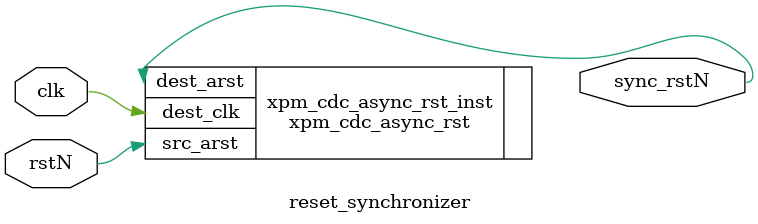
<source format=sv>
module reset_synchronizer(input wire logic rstN,clk,
								  output logic     sync_rstN);

`ifdef SIM_ENABLE
flop_synchronizer #(.NUM_STAGES(2),.BIT_WIDTH(1)) flop_synchronizer_inst  (.clkB(clk),.dinA(1),.rstN(rstN),.doutB(sync_rstN));
`else


// XPM_CDC instantiation template for Asynchronous Reset Synchronizer configurations
// Refer to the targeted device family architecture libraries guide for XPM_CDC documentation
// =======================================================================================================================

// Parameter usage table, organized as follows:
// +---------------------------------------------------------------------------------------------------------------------+
// | Parameter name       | Data type          | Restrictions, if applicable                                             |
// |---------------------------------------------------------------------------------------------------------------------|
// | Description                                                                                                         |
// +---------------------------------------------------------------------------------------------------------------------+
// +---------------------------------------------------------------------------------------------------------------------+
// | DEST_SYNC_FF         | Integer            | Range: 2 - 10. Default value = 4.                                       |
// |---------------------------------------------------------------------------------------------------------------------|
// | Number of register stages used to synchronize signal in the destination clock domain.                               |
// | This parameter also determines the minimum width of the asserted reset signal.                                      |
// +---------------------------------------------------------------------------------------------------------------------+
// | INIT_SYNC_FF         | Integer            | Allowed values: 0, 1. Default value = 0.                                |
// |---------------------------------------------------------------------------------------------------------------------|
// | 0- Disable behavioral simulation initialization value(s) on synchronization registers.                              |
// | 1- Enable behavioral simulation initialization value(s) on synchronization registers.                               |
// +---------------------------------------------------------------------------------------------------------------------+
// | RST_ACTIVE_HIGH      | Integer            | Allowed values: 0, 1. Default value = 0.                                |
// |---------------------------------------------------------------------------------------------------------------------|
// | Defines the polarity of the asynchronous reset signal.                                                              |
// |                                                                                                                     |
// |   0- Active low asynchronous reset signal                                                                           |
// |   1- Active high asynchronous reset signal                                                                          |
// +---------------------------------------------------------------------------------------------------------------------+

// Port usage table, organized as follows:
// +---------------------------------------------------------------------------------------------------------------------+
// | Port name      | Direction | Size, in bits                         | Domain  | Sense       | Handling if unused     |
// |---------------------------------------------------------------------------------------------------------------------|
// | Description                                                                                                         |
// +---------------------------------------------------------------------------------------------------------------------+
// +---------------------------------------------------------------------------------------------------------------------+
// | dest_arst      | Output    | 1                                     | dest_clk| NA          | Required               |
// |---------------------------------------------------------------------------------------------------------------------|
// | src_arst asynchronous reset signal synchronized to destination clock domain. This output is registered.             |
// | NOTE: Signal asserts asynchronously but deasserts synchronously to dest_clk. Width of the reset signal is at least  |
// | (DEST_SYNC_FF*dest_clk) period.                                                                                     |
// +---------------------------------------------------------------------------------------------------------------------+
// | dest_clk       | Input     | 1                                     | NA      | Rising edge | Required               |
// |---------------------------------------------------------------------------------------------------------------------|
// | Destination clock.                                                                                                  |
// +---------------------------------------------------------------------------------------------------------------------+
// | src_arst       | Input     | 1                                     | NA      | NA          | Required               |
// |---------------------------------------------------------------------------------------------------------------------|
// | Source asynchronous reset signal.                                                                                   |
// +---------------------------------------------------------------------------------------------------------------------+


// xpm_cdc_async_rst : In order to incorporate this function into the design,
//      Verilog      : the following instance declaration needs to be placed
//     instance      : in the body of the design code.  The instance name
//    declaration    : (xpm_cdc_async_rst_inst) and/or the port declarations within the
//       code        : parenthesis may be changed to properly reference and
//                   : connect this function to the design.  All inputs
//                   : and outputs must be connected.

//  Please reference the appropriate libraries guide for additional information on the XPM modules.

//  <-----Cut code below this line---->

   // xpm_cdc_async_rst: Asynchronous Reset Synchronizer
   // Xilinx Parameterized Macro, version 2024.1

   xpm_cdc_async_rst #(
      .DEST_SYNC_FF(2),    // DECIMAL; range: 2-10
      .INIT_SYNC_FF(0),    // DECIMAL; 0=disable simulation init values, 1=enable simulation init values
      .RST_ACTIVE_HIGH(0)  // DECIMAL; 0=active low reset, 1=active high reset
   )
   xpm_cdc_async_rst_inst (
      .dest_arst(sync_rstN), // 1-bit output: src_arst asynchronous reset signal synchronized to destination
                             // clock domain. This output is registered. NOTE: Signal asserts asynchronously
                             // but deasserts synchronously to dest_clk. Width of the reset signal is at least
                             // (DEST_SYNC_FF*dest_clk) period.

      .dest_clk(clk),   // 1-bit input: Destination clock.
      .src_arst(rstN)    // 1-bit input: Source asynchronous reset signal.
   );

   // End of xpm_cdc_async_rst_inst instantiation
				
								
`endif

//assert property(@(posedge clk) disable iff (!rstN) $rose(rstN) |=> ##1 $rose(sync_rstN)) begin
//	$display("PASS");
//end
//else begin
//	$display("FAIL %0t",$time);
//end

endmodule

</source>
